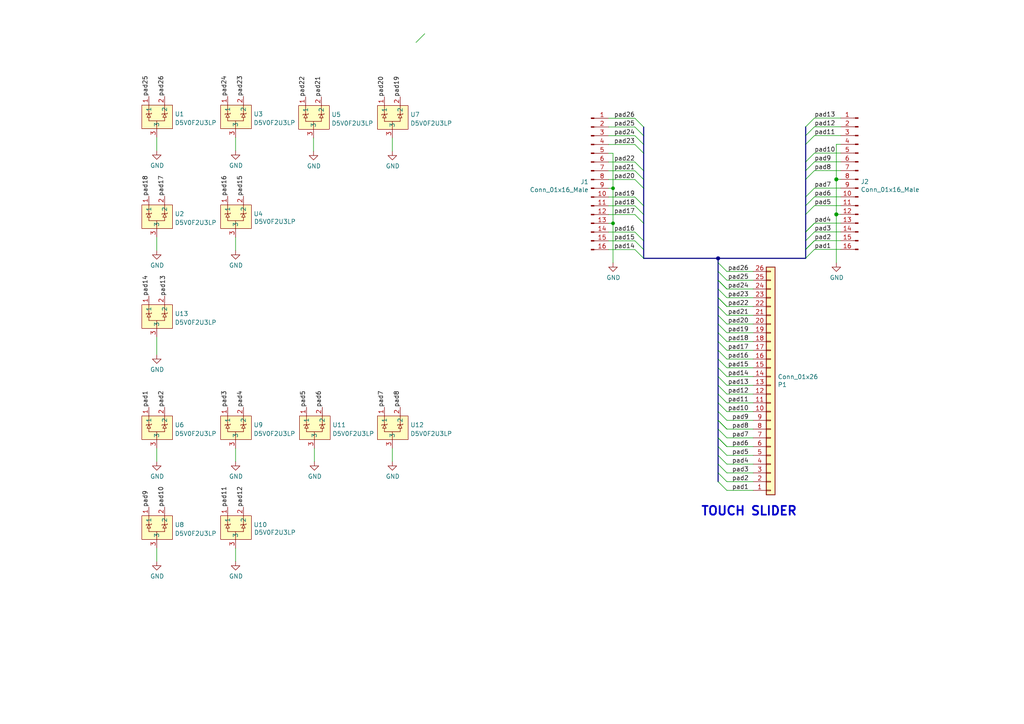
<source format=kicad_sch>
(kicad_sch (version 20211123) (generator eeschema)
  (paper "A4")
  (title_block (title "Gliss [Faceplate]") (rev "1.1") (company "Augmented Instruments Ltd."))
  (lib_symbols
    (symbol "Connector:Conn_01x16_Male" (pin_names (offset 1.016) hide)
      (property "Reference" "J" (at 0 20.32 0))
      (property "Value" "Conn_01x16_Male" (at 0 -22.86 0))
      (symbol "Conn_01x16_Male_1_1"
        (polyline (pts (xy 1.27 -20.32) (xy 0.8636 -20.32)) (stroke (width 0.1524)))
        (polyline (pts (xy 1.27 -17.78) (xy 0.8636 -17.78)) (stroke (width 0.1524)))
        (polyline (pts (xy 1.27 -15.24) (xy 0.8636 -15.24)) (stroke (width 0.1524)))
        (polyline (pts (xy 1.27 -12.7) (xy 0.8636 -12.7)) (stroke (width 0.1524)))
        (polyline (pts (xy 1.27 -10.16) (xy 0.8636 -10.16)) (stroke (width 0.1524)))
        (polyline (pts (xy 1.27 -7.62) (xy 0.8636 -7.62)) (stroke (width 0.1524)))
        (polyline (pts (xy 1.27 -5.08) (xy 0.8636 -5.08)) (stroke (width 0.1524)))
        (polyline (pts (xy 1.27 -2.54) (xy 0.8636 -2.54)) (stroke (width 0.1524)))
        (polyline (pts (xy 1.27 0) (xy 0.8636 0)) (stroke (width 0.1524)))
        (polyline (pts (xy 1.27 2.54) (xy 0.8636 2.54)) (stroke (width 0.1524)))
        (polyline (pts (xy 1.27 5.08) (xy 0.8636 5.08)) (stroke (width 0.1524)))
        (polyline (pts (xy 1.27 7.62) (xy 0.8636 7.62)) (stroke (width 0.1524)))
        (polyline (pts (xy 1.27 10.16) (xy 0.8636 10.16)) (stroke (width 0.1524)))
        (polyline (pts (xy 1.27 12.7) (xy 0.8636 12.7)) (stroke (width 0.1524)))
        (polyline (pts (xy 1.27 15.24) (xy 0.8636 15.24)) (stroke (width 0.1524)))
        (polyline (pts (xy 1.27 17.78) (xy 0.8636 17.78)) (stroke (width 0.1524)))
        (rectangle (start 0.8636 -20.193) (end 0 -20.447) (stroke (width 0.1524)) (fill (type outline)))
        (rectangle (start 0.8636 -17.653) (end 0 -17.907) (stroke (width 0.1524)) (fill (type outline)))
        (rectangle (start 0.8636 -15.113) (end 0 -15.367) (stroke (width 0.1524)) (fill (type outline)))
        (rectangle (start 0.8636 -12.573) (end 0 -12.827) (stroke (width 0.1524)) (fill (type outline)))
        (rectangle (start 0.8636 -10.033) (end 0 -10.287) (stroke (width 0.1524)) (fill (type outline)))
        (rectangle (start 0.8636 -7.493) (end 0 -7.747) (stroke (width 0.1524)) (fill (type outline)))
        (rectangle (start 0.8636 -4.953) (end 0 -5.207) (stroke (width 0.1524)) (fill (type outline)))
        (rectangle (start 0.8636 -2.413) (end 0 -2.667) (stroke (width 0.1524)) (fill (type outline)))
        (rectangle (start 0.8636 0.127) (end 0 -0.127) (stroke (width 0.1524)) (fill (type outline)))
        (rectangle (start 0.8636 2.667) (end 0 2.413) (stroke (width 0.1524)) (fill (type outline)))
        (rectangle (start 0.8636 5.207) (end 0 4.953) (stroke (width 0.1524)) (fill (type outline)))
        (rectangle (start 0.8636 7.747) (end 0 7.493) (stroke (width 0.1524)) (fill (type outline)))
        (rectangle (start 0.8636 10.287) (end 0 10.033) (stroke (width 0.1524)) (fill (type outline)))
        (rectangle (start 0.8636 12.827) (end 0 12.573) (stroke (width 0.1524)) (fill (type outline)))
        (rectangle (start 0.8636 15.367) (end 0 15.113) (stroke (width 0.1524)) (fill (type outline)))
        (rectangle (start 0.8636 17.907) (end 0 17.653) (stroke (width 0.1524)) (fill (type outline)))
        (pin passive line (at 5.08 17.78 180) (length 3.81) (name "Pin_1") (number "1"))
        (pin passive line (at 5.08 -5.08 180) (length 3.81) (name "Pin_10") (number "10"))
        (pin passive line (at 5.08 -7.62 180) (length 3.81) (name "Pin_11") (number "11"))
        (pin passive line (at 5.08 -10.16 180) (length 3.81) (name "Pin_12") (number "12"))
        (pin passive line (at 5.08 -12.7 180) (length 3.81) (name "Pin_13") (number "13"))
        (pin passive line (at 5.08 -15.24 180) (length 3.81) (name "Pin_14") (number "14"))
        (pin passive line (at 5.08 -17.78 180) (length 3.81) (name "Pin_15") (number "15"))
        (pin passive line (at 5.08 -20.32 180) (length 3.81) (name "Pin_16") (number "16"))
        (pin passive line (at 5.08 15.24 180) (length 3.81) (name "Pin_2") (number "2"))
        (pin passive line (at 5.08 12.7 180) (length 3.81) (name "Pin_3") (number "3"))
        (pin passive line (at 5.08 10.16 180) (length 3.81) (name "Pin_4") (number "4"))
        (pin passive line (at 5.08 7.62 180) (length 3.81) (name "Pin_5") (number "5"))
        (pin passive line (at 5.08 5.08 180) (length 3.81) (name "Pin_6") (number "6"))
        (pin passive line (at 5.08 2.54 180) (length 3.81) (name "Pin_7") (number "7"))
        (pin passive line (at 5.08 0 180) (length 3.81) (name "Pin_8") (number "8"))
        (pin passive line (at 5.08 -2.54 180) (length 3.81) (name "Pin_9") (number "9"))
      )
    )
    (symbol "Connector_Generic:Conn_01x26" (pin_names (offset 1.016) hide)
      (property "Reference" "J" (at 0 33.02 0))
      (property "Value" "Conn_01x26" (at 0 -35.56 0))
      (symbol "Conn_01x26_1_1"
        (rectangle (start -1.27 -32.893) (end 0 -33.147) (stroke (width 0.1524)))
        (rectangle (start -1.27 -30.353) (end 0 -30.607) (stroke (width 0.1524)))
        (rectangle (start -1.27 -27.813) (end 0 -28.067) (stroke (width 0.1524)))
        (rectangle (start -1.27 -25.273) (end 0 -25.527) (stroke (width 0.1524)))
        (rectangle (start -1.27 -22.733) (end 0 -22.987) (stroke (width 0.1524)))
        (rectangle (start -1.27 -20.193) (end 0 -20.447) (stroke (width 0.1524)))
        (rectangle (start -1.27 -17.653) (end 0 -17.907) (stroke (width 0.1524)))
        (rectangle (start -1.27 -15.113) (end 0 -15.367) (stroke (width 0.1524)))
        (rectangle (start -1.27 -12.573) (end 0 -12.827) (stroke (width 0.1524)))
        (rectangle (start -1.27 -10.033) (end 0 -10.287) (stroke (width 0.1524)))
        (rectangle (start -1.27 -7.493) (end 0 -7.747) (stroke (width 0.1524)))
        (rectangle (start -1.27 -4.953) (end 0 -5.207) (stroke (width 0.1524)))
        (rectangle (start -1.27 -2.413) (end 0 -2.667) (stroke (width 0.1524)))
        (rectangle (start -1.27 0.127) (end 0 -0.127) (stroke (width 0.1524)))
        (rectangle (start -1.27 2.667) (end 0 2.413) (stroke (width 0.1524)))
        (rectangle (start -1.27 5.207) (end 0 4.953) (stroke (width 0.1524)))
        (rectangle (start -1.27 7.747) (end 0 7.493) (stroke (width 0.1524)))
        (rectangle (start -1.27 10.287) (end 0 10.033) (stroke (width 0.1524)))
        (rectangle (start -1.27 12.827) (end 0 12.573) (stroke (width 0.1524)))
        (rectangle (start -1.27 15.367) (end 0 15.113) (stroke (width 0.1524)))
        (rectangle (start -1.27 17.907) (end 0 17.653) (stroke (width 0.1524)))
        (rectangle (start -1.27 20.447) (end 0 20.193) (stroke (width 0.1524)))
        (rectangle (start -1.27 22.987) (end 0 22.733) (stroke (width 0.1524)))
        (rectangle (start -1.27 25.527) (end 0 25.273) (stroke (width 0.1524)))
        (rectangle (start -1.27 28.067) (end 0 27.813) (stroke (width 0.1524)))
        (rectangle (start -1.27 30.607) (end 0 30.353) (stroke (width 0.1524)))
        (rectangle (start -1.27 31.75) (end 1.27 -34.29) (stroke (width 0.254)) (fill (type background)))
        (pin passive line (at -5.08 30.48 0) (length 3.81) (name "Pin_1") (number "1"))
        (pin passive line (at -5.08 7.62 0) (length 3.81) (name "Pin_10") (number "10"))
        (pin passive line (at -5.08 5.08 0) (length 3.81) (name "Pin_11") (number "11"))
        (pin passive line (at -5.08 2.54 0) (length 3.81) (name "Pin_12") (number "12"))
        (pin passive line (at -5.08 0 0) (length 3.81) (name "Pin_13") (number "13"))
        (pin passive line (at -5.08 -2.54 0) (length 3.81) (name "Pin_14") (number "14"))
        (pin passive line (at -5.08 -5.08 0) (length 3.81) (name "Pin_15") (number "15"))
        (pin passive line (at -5.08 -7.62 0) (length 3.81) (name "Pin_16") (number "16"))
        (pin passive line (at -5.08 -10.16 0) (length 3.81) (name "Pin_17") (number "17"))
        (pin passive line (at -5.08 -12.7 0) (length 3.81) (name "Pin_18") (number "18"))
        (pin passive line (at -5.08 -15.24 0) (length 3.81) (name "Pin_19") (number "19"))
        (pin passive line (at -5.08 27.94 0) (length 3.81) (name "Pin_2") (number "2"))
        (pin passive line (at -5.08 -17.78 0) (length 3.81) (name "Pin_20") (number "20"))
        (pin passive line (at -5.08 -20.32 0) (length 3.81) (name "Pin_21") (number "21"))
        (pin passive line (at -5.08 -22.86 0) (length 3.81) (name "Pin_22") (number "22"))
        (pin passive line (at -5.08 -25.4 0) (length 3.81) (name "Pin_23") (number "23"))
        (pin passive line (at -5.08 -27.94 0) (length 3.81) (name "Pin_24") (number "24"))
        (pin passive line (at -5.08 -30.48 0) (length 3.81) (name "Pin_25") (number "25"))
        (pin passive line (at -5.08 -33.02 0) (length 3.81) (name "Pin_26") (number "26"))
        (pin passive line (at -5.08 25.4 0) (length 3.81) (name "Pin_3") (number "3"))
        (pin passive line (at -5.08 22.86 0) (length 3.81) (name "Pin_4") (number "4"))
        (pin passive line (at -5.08 20.32 0) (length 3.81) (name "Pin_5") (number "5"))
        (pin passive line (at -5.08 17.78 0) (length 3.81) (name "Pin_6") (number "6"))
        (pin passive line (at -5.08 15.24 0) (length 3.81) (name "Pin_7") (number "7"))
        (pin passive line (at -5.08 12.7 0) (length 3.81) (name "Pin_8") (number "8"))
        (pin passive line (at -5.08 10.16 0) (length 3.81) (name "Pin_9") (number "9"))
      )
    )
    (symbol "esd_supressor:D5V0F2U3LP"
      (property "Reference" "U" (at 0 0 0))
      (property "Value" "D5V0F2U3LP" (at 0 3.302 0))
      (symbol "D5V0F2U3LP_0_1"
        (rectangle (start -4.318 -1.778) (end 4.572 -8.636) (fill (type background)))
        (polyline (pts (xy -2.286 -6.35) (xy -2.286 -5.334)))
        (polyline (pts (xy -2.286 -4.318) (xy -2.286 -1.778)))
        (polyline (pts (xy 2.286 -6.35) (xy 2.286 -5.334)))
        (polyline (pts (xy 2.286 -4.318) (xy 2.286 -1.778)))
        (polyline (pts (xy -3.048 -4.572) (xy -3.048 -4.318) (xy -1.524 -4.318) (xy -1.524 -4.064)))
        (polyline (pts (xy -2.794 -5.334) (xy -2.286 -4.318) (xy -1.778 -5.334) (xy -2.794 -5.334)))
        (polyline (pts (xy -2.286 -6.35) (xy 2.286 -6.35) (xy 0 -6.35) (xy 0 -8.636)))
        (polyline (pts (xy 1.524 -4.572) (xy 1.524 -4.318) (xy 3.048 -4.318) (xy 3.048 -4.064)))
        (polyline (pts (xy 1.778 -5.334) (xy 2.286 -4.318) (xy 2.794 -5.334) (xy 1.778 -5.334)))
      )
      (symbol "D5V0F2U3LP_1_1"
        (pin passive line (at -2.286 0.762 270) (length 2.54) (name "1") (number "1"))
        (pin passive line (at 2.286 0.762 270) (length 2.54) (name "2") (number "2"))
        (pin passive line (at 0 -11.176 90) (length 2.54) (name "3") (number "3"))
      )
    )
    (symbol "power:GND" (power) (pin_names (offset 0))
      (property "Value" "GND" (at 0 -3.81 0))
      (symbol "GND_0_1"
        (polyline (pts (xy 0 0) (xy 0 -1.27) (xy 1.27 -1.27) (xy 0 -2.54) (xy -1.27 -1.27) (xy 0 -1.27)))
      )
      (symbol "GND_1_1"
        (pin power_in line (at 0 0 270) (length 0) hide (name "GND") (number "1"))
      )
    )
  )
  (junction (at 242.57 62.1792) (diameter 1.016))
  (junction (at 242.57 52.0192) (diameter 1.016))
  (junction (at 177.8 54.61))
  (junction (at 177.8 64.77))
  (junction (at 208.28 74.93) (diameter 1.016))
  (bus_entry (at 184.15 69.85) (size 2.54 2.54) (stroke (width 0.1524)))
  (bus_entry (at 210.82 134.62) (size -2.54 -2.54) (stroke (width 0.1524)))
  (bus_entry (at 210.82 83.82) (size -2.54 -2.54) (stroke (width 0.1524)))
  (bus_entry (at 210.82 114.3) (size -2.54 -2.54) (stroke (width 0.1524)))
  (bus_entry (at 210.82 124.46) (size -2.54 -2.54) (stroke (width 0.1524)))
  (bus_entry (at 184.15 67.31) (size 2.54 2.54) (stroke (width 0.1524)))
  (bus_entry (at 210.82 116.84) (size -2.54 -2.54) (stroke (width 0.1524)))
  (bus_entry (at 236.22 46.9392) (size -2.54 2.54) (stroke (width 0.1524)))
  (bus_entry (at 184.15 72.39) (size 2.54 2.54) (stroke (width 0.1524)))
  (bus_entry (at 184.15 36.83) (size 2.54 2.54) (stroke (width 0.1524)))
  (bus_entry (at 210.82 139.7) (size -2.54 -2.54) (stroke (width 0.1524)))
  (bus_entry (at 184.15 62.23) (size 2.54 2.54) (stroke (width 0.1524)))
  (bus_entry (at 210.82 91.44) (size -2.54 -2.54) (stroke (width 0.1524)))
  (bus_entry (at 210.82 129.54) (size -2.54 -2.54) (stroke (width 0.1524)))
  (bus_entry (at 236.22 34.2392) (size -2.54 2.54))
  (bus_entry (at 210.82 132.08) (size -2.54 -2.54) (stroke (width 0.1524)))
  (bus_entry (at 120.65 12.319) (size 2.54 -2.54) (stroke (width 0.1524)))
  (bus_entry (at 210.82 106.68) (size -2.54 -2.54) (stroke (width 0.1524)))
  (bus_entry (at 210.82 127) (size -2.54 -2.54) (stroke (width 0.1524)))
  (bus_entry (at 236.22 64.7192) (size -2.54 2.54) (stroke (width 0.1524)))
  (bus_entry (at 210.82 81.28) (size -2.54 -2.54) (stroke (width 0.1524)))
  (bus_entry (at 184.15 46.99) (size 2.54 2.54) (stroke (width 0.1524)))
  (bus_entry (at 236.22 57.0992) (size -2.54 2.54) (stroke (width 0.1524)))
  (bus_entry (at 210.82 93.98) (size -2.54 -2.54) (stroke (width 0.1524)))
  (bus_entry (at 210.82 104.14) (size -2.54 -2.54) (stroke (width 0.1524)))
  (bus_entry (at 184.15 57.15) (size 2.54 2.54) (stroke (width 0.1524)))
  (bus_entry (at 210.82 124.46) (size -2.54 -2.54) (stroke (width 0.1524)))
  (bus_entry (at 210.82 129.54) (size -2.54 -2.54) (stroke (width 0.1524)))
  (bus_entry (at 210.82 121.92) (size -2.54 -2.54) (stroke (width 0.1524)))
  (bus_entry (at 236.22 72.3392) (size -2.54 2.54) (stroke (width 0.1524)))
  (bus_entry (at 236.22 59.6392) (size -2.54 2.54) (stroke (width 0.1524)))
  (bus_entry (at 184.15 41.91) (size 2.54 2.54) (stroke (width 0.1524)))
  (bus_entry (at 236.22 36.7792) (size -2.54 2.54) (stroke (width 0.1524)))
  (bus_entry (at 236.22 64.7192) (size -2.54 2.54) (stroke (width 0.1524)))
  (bus_entry (at 236.22 54.5592) (size -2.54 2.54) (stroke (width 0.1524)))
  (bus_entry (at 210.82 88.9) (size -2.54 -2.54) (stroke (width 0.1524)))
  (bus_entry (at 236.22 69.7992) (size -2.54 2.54) (stroke (width 0.1524)))
  (bus_entry (at 236.22 69.7992) (size -2.54 2.54) (stroke (width 0.1524)))
  (bus_entry (at 184.15 39.37) (size 2.54 2.54) (stroke (width 0.1524)))
  (bus_entry (at 184.15 49.53) (size 2.54 2.54) (stroke (width 0.1524)))
  (bus_entry (at 210.82 137.16) (size -2.54 -2.54) (stroke (width 0.1524)))
  (bus_entry (at 210.82 96.52) (size -2.54 -2.54) (stroke (width 0.1524)))
  (bus_entry (at 210.82 99.06) (size -2.54 -2.54) (stroke (width 0.1524)))
  (bus_entry (at 236.22 44.3992) (size -2.54 2.54) (stroke (width 0.1524)))
  (bus_entry (at 236.22 39.3192) (size -2.54 2.54) (stroke (width 0.1524)))
  (bus_entry (at 210.82 142.24) (size -2.54 -2.54) (stroke (width 0.1524)))
  (bus_entry (at 210.82 111.76) (size -2.54 -2.54) (stroke (width 0.1524)))
  (bus_entry (at 210.82 83.82) (size -2.54 -2.54) (stroke (width 0.1524)))
  (bus_entry (at 210.82 119.38) (size -2.54 -2.54) (stroke (width 0.1524)))
  (bus_entry (at 236.22 67.2592) (size -2.54 2.54) (stroke (width 0.1524)))
  (bus_entry (at 210.82 78.74) (size -2.54 -2.54) (stroke (width 0.1524)))
  (bus_entry (at 210.82 109.22) (size -2.54 -2.54) (stroke (width 0.1524)))
  (bus_entry (at 184.15 59.69) (size 2.54 2.54) (stroke (width 0.1524)))
  (bus_entry (at 184.15 34.29) (size 2.54 2.54) (stroke (width 0.1524)))
  (bus_entry (at 210.82 86.36) (size -2.54 -2.54) (stroke (width 0.1524)))
  (bus_entry (at 210.82 101.6) (size -2.54 -2.54) (stroke (width 0.1524)))
  (bus_entry (at 236.22 49.4792) (size -2.54 2.54) (stroke (width 0.1524)))
  (bus_entry (at 184.15 52.07) (size 2.54 2.54) (stroke (width 0.1524)))
  (bus_entry (at 210.82 88.9) (size -2.54 -2.54) (stroke (width 0.1524)))
  (bus (pts (xy 208.28 101.6) (xy 208.28 104.14)))
  (bus (pts (xy 208.28 119.38) (xy 208.28 121.92)))
  (wire (pts (xy 210.82 124.46) (xy 218.44 124.46)))
  (wire (pts (xy 45.466 39.878) (xy 45.466 43.688)))
  (bus (pts (xy 186.69 62.23) (xy 186.69 64.77)))
  (bus (pts (xy 186.69 72.39) (xy 186.69 74.93)))
  (wire (pts (xy 45.466 159.004) (xy 45.466 162.814)))
  (bus (pts (xy 233.68 52.0192) (xy 233.68 57.0992)))
  (wire (pts (xy 242.57 41.8592) (xy 242.57 52.0192)))
  (wire (pts (xy 90.932 40.0304) (xy 90.932 43.8404)))
  (wire (pts (xy 184.15 46.99) (xy 176.53 46.99)))
  (bus (pts (xy 186.69 74.93) (xy 208.28 74.93)))
  (bus (pts (xy 208.28 132.08) (xy 208.28 134.62)))
  (wire (pts (xy 210.82 93.98) (xy 218.44 93.98)))
  (bus (pts (xy 208.28 127) (xy 208.28 129.54)))
  (wire (pts (xy 176.53 36.83) (xy 184.15 36.83)))
  (bus (pts (xy 208.28 106.68) (xy 208.28 109.22)))
  (wire (pts (xy 184.15 72.39) (xy 176.53 72.39)))
  (wire (pts (xy 210.82 116.84) (xy 218.44 116.84)))
  (wire (pts (xy 236.22 72.3392) (xy 243.84 72.3392)))
  (wire (pts (xy 210.82 129.54) (xy 218.44 129.54)))
  (wire (pts (xy 68.326 130.048) (xy 68.326 133.858)))
  (bus (pts (xy 186.69 44.45) (xy 186.69 49.53)))
  (wire (pts (xy 184.15 69.85) (xy 176.53 69.85)))
  (wire (pts (xy 236.22 64.7192) (xy 243.84 64.7192)))
  (bus (pts (xy 208.28 86.36) (xy 208.28 88.9)))
  (wire (pts (xy 210.82 91.44) (xy 218.44 91.44)))
  (bus (pts (xy 208.28 78.74) (xy 208.28 81.28)))
  (wire (pts (xy 184.15 34.29) (xy 176.53 34.29)))
  (wire (pts (xy 184.15 62.23) (xy 176.53 62.23)))
  (wire (pts (xy 210.82 101.6) (xy 218.44 101.6)))
  (bus (pts (xy 233.68 62.1792) (xy 233.68 67.2592)))
  (wire (pts (xy 210.82 121.92) (xy 218.44 121.92)))
  (wire (pts (xy 176.53 41.91) (xy 184.15 41.91)))
  (wire (pts (xy 210.82 114.3) (xy 218.44 114.3)))
  (bus (pts (xy 208.28 134.62) (xy 208.28 137.16)))
  (bus (pts (xy 186.69 49.53) (xy 186.69 52.07)))
  (wire (pts (xy 184.15 67.31) (xy 176.53 67.31)))
  (bus (pts (xy 208.28 74.93) (xy 208.28 76.2)))
  (bus (pts (xy 208.28 83.82) (xy 208.28 86.36)))
  (wire (pts (xy 91.186 130.048) (xy 91.186 133.858)))
  (wire (pts (xy 68.326 39.878) (xy 68.326 43.688)))
  (bus (pts (xy 208.28 99.06) (xy 208.28 101.6)))
  (bus (pts (xy 208.28 124.46) (xy 208.28 127)))
  (wire (pts (xy 242.57 52.0192) (xy 243.84 52.0192)))
  (bus (pts (xy 233.68 69.7992) (xy 233.68 72.3392)))
  (bus (pts (xy 186.69 52.07) (xy 186.69 54.61)))
  (wire (pts (xy 210.82 83.82) (xy 218.44 83.82)))
  (bus (pts (xy 233.68 49.4792) (xy 233.68 52.0192)))
  (wire (pts (xy 236.22 54.5592) (xy 243.84 54.5592)))
  (wire (pts (xy 210.82 106.68) (xy 218.44 106.68)))
  (bus (pts (xy 208.28 76.2) (xy 208.28 78.74)))
  (wire (pts (xy 210.82 111.76) (xy 218.44 111.76)))
  (bus (pts (xy 208.28 74.93) (xy 233.68 74.93)))
  (wire (pts (xy 176.53 57.15) (xy 184.15 57.15)))
  (bus (pts (xy 233.68 67.2592) (xy 233.68 69.7992)))
  (wire (pts (xy 184.15 39.37) (xy 176.53 39.37)))
  (wire (pts (xy 243.84 62.1792) (xy 242.57 62.1792)))
  (bus (pts (xy 208.28 111.76) (xy 208.28 114.3)))
  (wire (pts (xy 210.82 139.7) (xy 218.44 139.7)))
  (bus (pts (xy 233.68 57.0992) (xy 233.68 59.6392)))
  (wire (pts (xy 236.22 44.3992) (xy 243.84 44.3992)))
  (wire (pts (xy 210.82 137.16) (xy 218.44 137.16)))
  (wire (pts (xy 177.8 54.61) (xy 177.8 64.77)))
  (wire (pts (xy 113.792 130.048) (xy 113.792 133.858)))
  (wire (pts (xy 210.82 81.28) (xy 218.44 81.28)))
  (wire (pts (xy 68.326 159.004) (xy 68.326 162.814)))
  (bus (pts (xy 233.68 41.8592) (xy 233.68 46.9392)))
  (bus (pts (xy 208.28 104.14) (xy 208.28 106.68)))
  (wire (pts (xy 68.326 68.834) (xy 68.326 72.644)))
  (wire (pts (xy 210.82 104.14) (xy 218.44 104.14)))
  (wire (pts (xy 236.22 34.2392) (xy 243.84 34.2392)))
  (wire (pts (xy 184.15 59.69) (xy 176.53 59.69)))
  (wire (pts (xy 177.8 54.61) (xy 176.53 54.61)))
  (wire (pts (xy 184.15 49.53) (xy 176.53 49.53)))
  (bus (pts (xy 208.28 88.9) (xy 208.28 91.44)))
  (bus (pts (xy 208.28 129.54) (xy 208.28 132.08)))
  (bus (pts (xy 208.28 116.84) (xy 208.28 119.38)))
  (wire (pts (xy 210.82 109.22) (xy 218.44 109.22)))
  (bus (pts (xy 186.69 41.91) (xy 186.69 44.45)))
  (bus (pts (xy 208.28 109.22) (xy 208.28 111.76)))
  (bus (pts (xy 186.69 59.69) (xy 186.69 62.23)))
  (wire (pts (xy 184.15 52.07) (xy 176.53 52.07)))
  (bus (pts (xy 208.28 114.3) (xy 208.28 116.84)))
  (wire (pts (xy 236.22 57.0992) (xy 243.84 57.0992)))
  (bus (pts (xy 208.28 91.44) (xy 208.28 93.98)))
  (bus (pts (xy 233.68 59.6392) (xy 233.68 62.1792)))
  (wire (pts (xy 242.57 52.0192) (xy 242.57 62.1792)))
  (bus (pts (xy 186.69 69.85) (xy 186.69 72.39)))
  (wire (pts (xy 210.82 96.52) (xy 218.44 96.52)))
  (bus (pts (xy 208.28 93.98) (xy 208.28 96.52)))
  (bus (pts (xy 208.28 81.28) (xy 208.28 83.82)))
  (wire (pts (xy 113.792 40.0304) (xy 113.792 43.8404)))
  (wire (pts (xy 177.8 44.45) (xy 177.8 54.61)))
  (bus (pts (xy 233.68 46.9392) (xy 233.68 49.4792)))
  (wire (pts (xy 236.22 46.9392) (xy 243.84 46.9392)))
  (bus (pts (xy 208.28 121.92) (xy 208.28 124.46)))
  (wire (pts (xy 242.57 41.8592) (xy 243.84 41.8592)))
  (wire (pts (xy 210.82 134.62) (xy 218.44 134.62)))
  (bus (pts (xy 186.69 64.77) (xy 186.69 69.85)))
  (wire (pts (xy 45.466 130.048) (xy 45.466 133.858)))
  (bus (pts (xy 233.68 39.3192) (xy 233.68 41.8592)))
  (wire (pts (xy 242.57 62.1792) (xy 242.57 76.2)))
  (bus (pts (xy 208.28 96.52) (xy 208.28 99.06)))
  (wire (pts (xy 177.8 64.77) (xy 176.53 64.77)))
  (wire (pts (xy 210.82 88.9) (xy 218.44 88.9)))
  (bus (pts (xy 186.69 36.83) (xy 186.69 39.37)))
  (wire (pts (xy 236.22 49.4792) (xy 243.84 49.4792)))
  (wire (pts (xy 236.22 36.7792) (xy 243.84 36.7792)))
  (wire (pts (xy 236.22 59.6392) (xy 243.84 59.6392)))
  (wire (pts (xy 236.22 67.2592) (xy 243.84 67.2592)))
  (bus (pts (xy 186.69 54.61) (xy 186.69 59.69)))
  (wire (pts (xy 177.8 44.45) (xy 176.53 44.45)))
  (wire (pts (xy 236.22 69.7992) (xy 243.84 69.7992)))
  (bus (pts (xy 186.69 39.37) (xy 186.69 41.91)))
  (wire (pts (xy 210.82 86.36) (xy 218.44 86.36)))
  (wire (pts (xy 45.466 68.834) (xy 45.466 72.644)))
  (bus (pts (xy 233.68 72.3392) (xy 233.68 74.8792)))
  (wire (pts (xy 236.22 39.3192) (xy 243.84 39.3192)))
  (bus (pts (xy 233.68 36.7792) (xy 233.68 39.2938)))
  (wire (pts (xy 210.82 142.24) (xy 218.44 142.24)))
  (wire (pts (xy 210.82 78.74) (xy 218.44 78.74)))
  (bus (pts (xy 208.28 137.16) (xy 208.28 139.7)))
  (wire (pts (xy 210.82 99.06) (xy 218.44 99.06)))
  (wire (pts (xy 177.8 64.77) (xy 177.8 76.2)))
  (wire (pts (xy 210.82 119.38) (xy 218.44 119.38)))
  (wire (pts (xy 45.466 97.79) (xy 45.466 102.87)))
  (wire (pts (xy 210.82 132.08) (xy 218.44 132.08)))
  (wire (pts (xy 210.82 127) (xy 218.44 127)))
  (text "TOUCH SLIDER" (at 203.2 149.86 0) (effects (font (size 2.54 2.54) (thickness 0.508) bold) (justify left bottom)))
  (label "pad20" (at 111.506 28.0924 90))
  (label "pad16" (at 217.17 104.14 180))
  (label "pad11" (at 66.04 147.066 90))
  (label "pad22" (at 217.17 88.9 180))
  (label "pad1" (at 236.22 72.3392 0))
  (label "pad8" (at 116.078 118.11 90))
  (label "pad17" (at 47.752 56.896 90))
  (label "pad3" (at 217.17 137.16 180))
  (label "pad24" (at 184.15 39.37 180))
  (label "pad5" (at 88.9 118.11 90))
  (label "pad21" (at 217.17 91.44 180))
  (label "pad12" (at 217.17 114.3 180))
  (label "pad6" (at 236.22 57.0992 0))
  (label "pad10" (at 47.752 147.066 90))
  (label "pad20" (at 217.17 93.98 180))
  (label "pad6" (at 93.472 118.11 90))
  (label "pad14" (at 217.17 109.22 180))
  (label "pad8" (at 217.17 124.46 180))
  (label "pad3" (at 66.04 118.11 90))
  (label "pad25" (at 43.18 27.94 90))
  (label "pad23" (at 184.15 41.91 180))
  (label "pad12" (at 70.612 147.066 90))
  (label "pad20" (at 184.15 52.07 180))
  (label "pad4" (at 217.17 134.62 180))
  (label "pad23" (at 70.612 27.94 90))
  (label "pad21" (at 184.15 49.53 180))
  (label "pad14" (at 184.15 72.39 180))
  (label "pad10" (at 236.22 44.3992 0))
  (label "pad2" (at 217.17 139.7 180))
  (label "pad5" (at 217.17 132.08 180))
  (label "pad13" (at 48.26 85.852 90))
  (label "pad13" (at 236.22 34.2392 0))
  (label "pad8" (at 236.22 49.4792 0))
  (label "pad15" (at 184.15 69.85 180))
  (label "pad26" (at 217.17 78.74 180))
  (label "pad18" (at 184.15 59.69 180))
  (label "pad13" (at 217.17 111.76 180))
  (label "pad17" (at 217.17 101.6 180))
  (label "pad19" (at 217.17 96.52 180))
  (label "pad11" (at 217.17 116.84 180))
  (label "pad14" (at 43.18 85.852 90))
  (label "pad19" (at 184.15 57.15 180))
  (label "pad22" (at 184.15 46.99 180))
  (label "pad22" (at 88.646 28.0924 90))
  (label "pad2" (at 236.22 69.7992 0))
  (label "pad9" (at 236.22 46.9392 0))
  (label "pad26" (at 184.15 34.29 180))
  (label "pad2" (at 47.752 118.11 90))
  (label "pad5" (at 236.22 59.6392 0))
  (label "pad6" (at 217.17 129.54 180))
  (label "pad18" (at 217.17 99.06 180))
  (label "pad17" (at 184.15 62.23 180))
  (label "pad7" (at 111.506 118.11 90))
  (label "pad3" (at 236.22 67.2592 0))
  (label "pad15" (at 70.612 56.896 90))
  (label "pad18" (at 43.18 56.896 90))
  (label "pad15" (at 217.17 106.68 180))
  (label "pad25" (at 184.15 36.83 180))
  (label "pad9" (at 217.17 121.92 180))
  (label "pad9" (at 43.18 147.066 90))
  (label "pad4" (at 70.612 118.11 90))
  (label "pad11" (at 236.22 39.3192 0))
  (label "pad23" (at 217.17 86.36 180))
  (label "pad26" (at 47.752 27.94 90))
  (label "pad4" (at 236.22 64.7192 0))
  (label "pad19" (at 116.078 28.0924 90))
  (label "pad1" (at 217.17 142.24 180))
  (label "pad12" (at 236.22 36.7792 0))
  (label "pad16" (at 184.15 67.31 180))
  (label "pad25" (at 217.17 81.28 180))
  (label "pad16" (at 66.04 56.896 90))
  (label "pad24" (at 66.04 27.94 90))
  (label "pad21" (at 93.218 28.0924 90))
  (label "pad24" (at 217.17 83.82 180))
  (label "pad1" (at 43.18 118.11 90))
  (label "pad7" (at 217.17 127 180))
  (label "pad10" (at 217.17 119.38 180))
  (label "pad7" (at 236.22 54.5592 0))
  (symbol (lib_id "esd_supressor:D5V0F2U3LP") (at 45.466 57.658 0) (unit 1)
    (property "Reference" "U2" (at 50.673 62.0303 0) (effects (justify left)))
    (property "Value" "D5V0F2U3LP" (at 50.673 64.5672 0) (effects (justify left)))
    (property "Footprint" "Package_DFN_QFN:Diodes_DFN1006-3" (effects hide))
    (property "Manufacturer" "Diodes Incorporated" (effects hide))
    (property "mnf#" "D5V0F2U3LP-7B " (effects hide))
  )
  (symbol (lib_id "esd_supressor:D5V0F2U3LP") (at 45.466 86.614 0) (unit 1)
    (property "Reference" "U13" (at 50.673 90.9863 0) (effects (justify left)))
    (property "Value" "D5V0F2U3LP" (at 50.673 93.5232 0) (effects (justify left)))
    (property "Footprint" "Package_DFN_QFN:Diodes_DFN1006-3" (effects hide))
    (property "Manufacturer" "Diodes Incorporated" (effects hide))
    (property "mnf#" "D5V0F2U3LP-7B " (effects hide))
  )
  (symbol (lib_id "power:GND") (at 68.326 162.814 0) (unit 1)
    (property "Reference" "#PWR0113" (effects hide))
    (property "Value" "GND" (at 68.4403 167.1384 0))
  )
  (symbol (lib_id "esd_supressor:D5V0F2U3LP") (at 68.326 28.702 0) (unit 1)
    (property "Reference" "U3" (at 73.533 33.0743 0) (effects (justify left)))
    (property "Value" "D5V0F2U3LP" (at 73.533 35.6112 0) (effects (justify left)))
    (property "Footprint" "Package_DFN_QFN:Diodes_DFN1006-3" (effects hide))
    (property "Manufacturer" "Diodes Incorporated" (effects hide))
    (property "mnf#" "D5V0F2U3LP-7B " (effects hide))
  )
  (symbol (lib_id "esd_supressor:D5V0F2U3LP") (at 45.466 118.872 0) (unit 1)
    (property "Reference" "U6" (at 50.673 123.2443 0) (effects (justify left)))
    (property "Value" "D5V0F2U3LP" (at 50.673 125.7812 0) (effects (justify left)))
    (property "Footprint" "Package_DFN_QFN:Diodes_DFN1006-3" (effects hide))
    (property "Manufacturer" "Diodes Incorporated" (effects hide))
    (property "mnf#" "D5V0F2U3LP-7B " (effects hide))
  )
  (symbol (lib_id "esd_supressor:D5V0F2U3LP") (at 45.466 28.702 0) (unit 1)
    (property "Reference" "U1" (at 50.673 33.0743 0) (effects (justify left)))
    (property "Value" "D5V0F2U3LP" (at 50.673 35.6112 0) (effects (justify left)))
    (property "Footprint" "Package_DFN_QFN:Diodes_DFN1006-3" (effects hide))
    (property "mnf#" "D5V0F2U3LP-7B " (effects hide))
    (property "Manufacturer" "Diodes Incorporated" (effects hide))
  )
  (symbol (lib_id "power:GND") (at 68.326 133.858 0) (unit 1)
    (property "Reference" "#PWR0110" (effects hide))
    (property "Value" "GND" (at 68.4403 138.1824 0))
  )
  (symbol (lib_id "power:GND") (at 45.466 102.87 0) (unit 1)
    (property "Reference" "#PWR0115" (effects hide))
    (property "Value" "GND" (at 45.5803 107.1944 0))
  )
  (symbol (lib_id "power:GND") (at 68.326 43.688 0) (unit 1)
    (property "Reference" "#PWR0107" (effects hide))
    (property "Value" "GND" (at 68.4403 48.0124 0))
  )
  (symbol (lib_id "Connector:Conn_01x16_Male") (at 171.45 52.07 0) (unit 1)
    (property "Reference" "J1" (at 170.7387 52.7494 0) (effects (justify right)))
    (property "Value" "Conn_01x16_Male" (at 170.7387 55.0481 0) (effects (justify right)))
    (property "Footprint" "Connector_PinHeader_2.54mm:PinHeader_1x16_P2.54mm_Vertical_SMD_Pin1Right" (effects hide))
    (property "Manufacturer" "Wurth Elektronik" (effects hide))
    (property "mnf#" "61001618221" (effects hide))
  )
  (symbol (lib_id "power:GND") (at 45.466 162.814 0) (unit 1)
    (property "Reference" "#PWR0112" (effects hide))
    (property "Value" "GND" (at 45.5803 167.1384 0))
  )
  (symbol (lib_id "esd_supressor:D5V0F2U3LP") (at 113.792 28.8544 0) (unit 1)
    (property "Reference" "U7" (at 118.999 33.2267 0) (effects (justify left)))
    (property "Value" "D5V0F2U3LP" (at 118.999 35.7636 0) (effects (justify left)))
    (property "Footprint" "Package_DFN_QFN:Diodes_DFN1006-3" (effects hide))
    (property "Manufacturer" "Diodes Incorporated" (effects hide))
    (property "mnf#" "D5V0F2U3LP-7B " (effects hide))
  )
  (symbol (lib_id "power:GND") (at 91.186 133.858 0) (unit 1)
    (property "Reference" "#PWR0111" (effects hide))
    (property "Value" "GND" (at 91.3003 138.1824 0))
  )
  (symbol (lib_id "power:GND") (at 68.326 72.644 0) (unit 1)
    (property "Reference" "#PWR0108" (effects hide))
    (property "Value" "GND" (at 68.4403 76.9684 0))
  )
  (symbol (lib_id "power:GND") (at 45.466 133.858 0) (unit 1)
    (property "Reference" "#PWR0114" (effects hide))
    (property "Value" "GND" (at 45.5803 138.1824 0))
  )
  (symbol (lib_id "power:GND") (at 113.792 43.8404 0) (unit 1)
    (property "Reference" "#PWR0103" (effects hide))
    (property "Value" "GND" (at 113.9063 48.1648 0))
  )
  (symbol (lib_id "Connector_Generic:Conn_01x26") (at 223.52 111.76 0) (mirror x) (unit 1) (in_bom no)
    (property "Reference" "P1" (at 225.552 111.5822 0) (effects (justify left)))
    (property "Value" "Conn_01x26" (at 225.5521 109.2899 0) (effects (justify left)))
    (property "Footprint" "Gliss:TouchSlider-26_89.5x17.8mm" (effects hide))
  )
  (symbol (lib_id "power:GND") (at 242.57 76.2 0) (unit 1)
    (property "Reference" "#PWR0102" (effects hide))
    (property "Value" "GND" (at 242.6843 80.5244 0))
  )
  (symbol (lib_id "power:GND") (at 113.792 133.858 0) (unit 1)
    (property "Reference" "#PWR0109" (effects hide))
    (property "Value" "GND" (at 113.9063 138.1824 0))
  )
  (symbol (lib_id "esd_supressor:D5V0F2U3LP") (at 68.326 57.658 0) (unit 1)
    (property "Reference" "U4" (at 73.533 62.0303 0) (effects (justify left)))
    (property "Value" "D5V0F2U3LP" (at 73.66 64.262 0) (effects (justify left)))
    (property "Footprint" "Package_DFN_QFN:Diodes_DFN1006-3" (effects hide))
    (property "Manufacturer" "Diodes Incorporated" (effects hide))
    (property "mnf#" "D5V0F2U3LP-7B " (effects hide))
  )
  (symbol (lib_id "esd_supressor:D5V0F2U3LP") (at 113.792 118.872 0) (unit 1)
    (property "Reference" "U12" (at 118.999 123.2443 0) (effects (justify left)))
    (property "Value" "D5V0F2U3LP" (at 118.999 125.7812 0) (effects (justify left)))
    (property "Footprint" "Package_DFN_QFN:Diodes_DFN1006-3" (effects hide))
    (property "Manufacturer" "Diodes Incorporated" (effects hide))
    (property "mnf#" "D5V0F2U3LP-7B " (effects hide))
  )
  (symbol (lib_id "power:GND") (at 45.466 43.688 0) (unit 1)
    (property "Reference" "#PWR0105" (effects hide))
    (property "Value" "GND" (at 45.5803 48.0124 0))
  )
  (symbol (lib_id "Connector:Conn_01x16_Male") (at 248.92 52.0192 0) (mirror y) (unit 1)
    (property "Reference" "J2" (at 249.6313 52.6986 0) (effects (justify right)))
    (property "Value" "Conn_01x16_Male" (at 249.6313 54.9973 0) (effects (justify right)))
    (property "Footprint" "Connector_PinHeader_2.54mm:PinHeader_1x16_P2.54mm_Vertical_SMD_Pin1Right" (effects hide))
    (property "Manufacturer" "Wurth Elektronik" (effects hide))
    (property "mnf#" "61001618221" (effects hide))
  )
  (symbol (lib_id "esd_supressor:D5V0F2U3LP") (at 68.326 118.872 0) (unit 1)
    (property "Reference" "U9" (at 73.533 123.2443 0) (effects (justify left)))
    (property "Value" "D5V0F2U3LP" (at 73.533 125.7812 0) (effects (justify left)))
    (property "Footprint" "Package_DFN_QFN:Diodes_DFN1006-3" (effects hide))
    (property "Manufacturer" "Diodes Incorporated" (effects hide))
    (property "mnf#" "D5V0F2U3LP-7B " (effects hide))
  )
  (symbol (lib_id "esd_supressor:D5V0F2U3LP") (at 91.186 118.872 0) (unit 1)
    (property "Reference" "U11" (at 96.393 123.2443 0) (effects (justify left)))
    (property "Value" "D5V0F2U3LP" (at 96.393 125.7812 0) (effects (justify left)))
    (property "Footprint" "Package_DFN_QFN:Diodes_DFN1006-3" (effects hide))
    (property "Manufacturer" "Diodes Incorporated" (effects hide))
    (property "mnf#" "D5V0F2U3LP-7B " (effects hide))
  )
  (symbol (lib_id "power:GND") (at 45.466 72.644 0) (unit 1)
    (property "Reference" "#PWR0106" (effects hide))
    (property "Value" "GND" (at 45.5803 76.9684 0))
  )
  (symbol (lib_id "esd_supressor:D5V0F2U3LP") (at 90.932 28.8544 0) (unit 1)
    (property "Reference" "U5" (at 96.139 33.2267 0) (effects (justify left)))
    (property "Value" "D5V0F2U3LP" (at 96.139 35.7636 0) (effects (justify left)))
    (property "Footprint" "Package_DFN_QFN:Diodes_DFN1006-3" (effects hide))
    (property "Manufacturer" "Diodes Incorporated" (effects hide))
    (property "mnf#" "D5V0F2U3LP-7B " (effects hide))
  )
  (symbol (lib_id "power:GND") (at 90.932 43.8404 0) (unit 1)
    (property "Reference" "#PWR0104" (effects hide))
    (property "Value" "GND" (at 91.0463 48.1648 0))
  )
  (symbol (lib_id "esd_supressor:D5V0F2U3LP") (at 45.466 147.828 0) (unit 1)
    (property "Reference" "U8" (at 50.673 152.2003 0) (effects (justify left)))
    (property "Value" "D5V0F2U3LP" (at 50.673 154.7372 0) (effects (justify left)))
    (property "Footprint" "Package_DFN_QFN:Diodes_DFN1006-3" (effects hide))
    (property "Manufacturer" "Diodes Incorporated" (effects hide))
    (property "mnf#" "D5V0F2U3LP-7B " (effects hide))
  )
  (symbol (lib_id "esd_supressor:D5V0F2U3LP") (at 68.326 147.828 0) (unit 1)
    (property "Reference" "U10" (at 73.533 152.2003 0) (effects (justify left)))
    (property "Value" "D5V0F2U3LP" (at 73.66 154.432 0) (effects (justify left)))
    (property "Footprint" "Package_DFN_QFN:Diodes_DFN1006-3" (effects hide))
    (property "Manufacturer" "Diodes Incorporated" (effects hide))
    (property "mnf#" "D5V0F2U3LP-7B " (effects hide))
  )
  (symbol (lib_id "power:GND") (at 177.8 76.2 0) (unit 1)
    (property "Reference" "#PWR0101" (effects hide))
    (property "Value" "GND" (at 177.9143 80.5244 0))
  )
)
</source>
